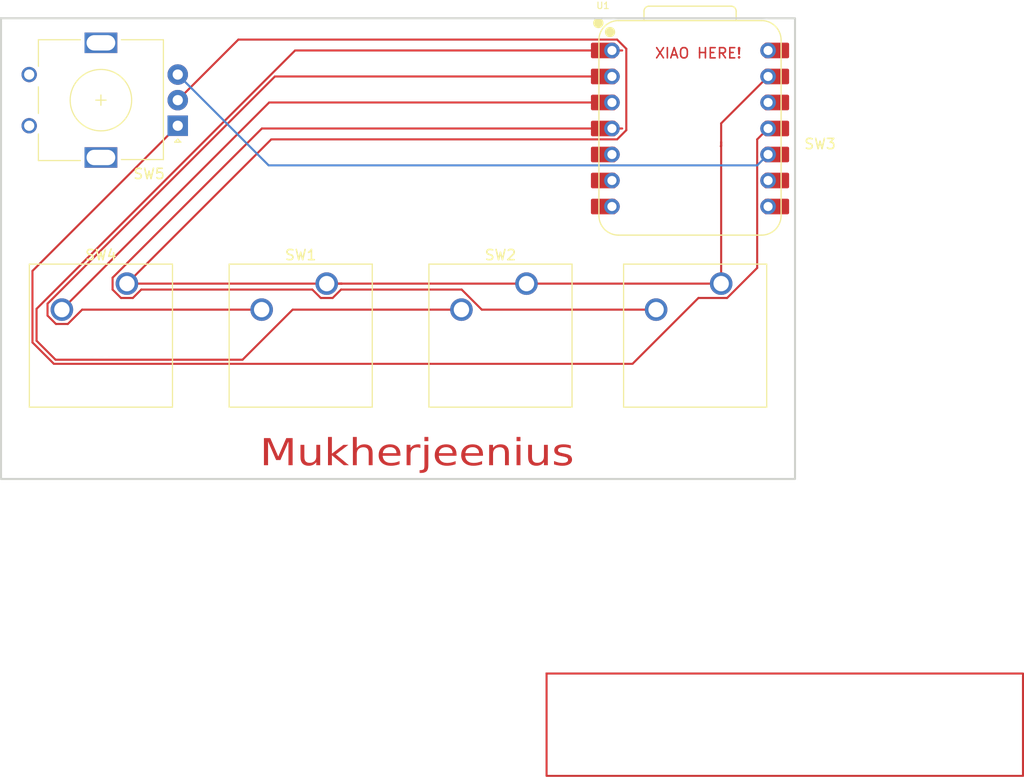
<source format=kicad_pcb>
(kicad_pcb (version 20241229) (generator "pcbnew") (generator_version "9.0")
  (layers (0 "F.Cu" signal) (2 "B.Cu" signal) (13 "F.Paste" user) (15 "B.Paste" user) (5 "F.SilkS" user "F.Silkscreen") (7 "B.SilkS" user "B.Silkscreen") (1 "F.Mask" user) (3 "B.Mask" user) (25 "Edge.Cuts" user))
  (net 0 "")
  (net 1 "Net-(U1-GPIO27{slash}ADC1{slash}A1)")
  (net 2 "GND")
  (net 3 "Net-(U1-GPIO26{slash}ADC0{slash}A0)")
  (net 4 "Net-(U1-GPIO29{slash}ADC3{slash}A3)")
  (net 6 "Net-(U1-GPIO4{slash}MISO)")
  (net 10 "+5V")
  (net 12 "Net-(U1-GPIO3{slash}MOSI)")
  (net 14 "Net-(U1-GPIO28{slash}ADC2{slash}A2)")
  (footprint "Button_Switch_Keyboard:SW_Cherry_MX_1.00u_PCB" (layer "F.Cu") (at 105.04 84.92)
    (property "Reference" "SW2" (at -2.54 -2.794 0) (layer "F.SilkS"))
    (property "Value" "SW_Push")
    (fp_line (start -9.525 -1.905) (end 4.445 -1.905) (stroke (width 0.12)) (layer "F.SilkS"))
    (fp_line (start -9.525 12.065) (end -9.525 -1.905) (stroke (width 0.12)) (layer "F.SilkS"))
    (fp_line (start 4.445 -1.905) (end 4.445 12.065) (stroke (width 0.12)) (layer "F.SilkS"))
    (fp_line (start 4.445 12.065) (end -9.525 12.065) (stroke (width 0.12)) (layer "F.SilkS"))
    (pad "" np_thru_hole circle (at -7.62 5.08) (size 1.7 1.7) (drill 1.7) (layers "*.Cu" "*.Mask"))
    (pad "" np_thru_hole circle (at -2.54 5.08) (size 4 4) (drill 4) (layers "*.Cu" "*.Mask"))
    (pad "" np_thru_hole circle (at 2.54 5.08) (size 1.7 1.7) (drill 1.7) (layers "*.Cu" "*.Mask"))
    (pad "1" thru_hole circle (at 0 0) (size 2.2 2.2) (drill 1.5) (layers "*.Cu" "*.Mask") (net 2 "GND"))
    (pad "2" thru_hole circle (at -6.35 2.54) (size 2.2 2.2) (drill 1.5) (layers "*.Cu" "*.Mask") (net 3 "Net-(U1-GPIO26{slash}ADC0{slash}A0)"))
  )
  (footprint "Button_Switch_Keyboard:SW_Cherry_MX_1.00u_PCB" (layer "F.Cu") (at 66.04 84.92)
    (property "Reference" "SW4" (at -2.54 -2.794 0) (layer "F.SilkS"))
    (property "Value" "SW_Push")
    (fp_line (start -9.525 -1.905) (end 4.445 -1.905) (stroke (width 0.12)) (layer "F.SilkS"))
    (fp_line (start -9.525 12.065) (end -9.525 -1.905) (stroke (width 0.12)) (layer "F.SilkS"))
    (fp_line (start 4.445 -1.905) (end 4.445 12.065) (stroke (width 0.12)) (layer "F.SilkS"))
    (fp_line (start 4.445 12.065) (end -9.525 12.065) (stroke (width 0.12)) (layer "F.SilkS"))
    (pad "" np_thru_hole circle (at -7.62 5.08) (size 1.7 1.7) (drill 1.7) (layers "*.Cu" "*.Mask"))
    (pad "" np_thru_hole circle (at -2.54 5.08) (size 4 4) (drill 4) (layers "*.Cu" "*.Mask"))
    (pad "" np_thru_hole circle (at 2.54 5.08) (size 1.7 1.7) (drill 1.7) (layers "*.Cu" "*.Mask"))
    (pad "1" thru_hole circle (at 0 0) (size 2.2 2.2) (drill 1.5) (layers "*.Cu" "*.Mask") (net 2 "GND"))
    (pad "2" thru_hole circle (at -6.35 2.54) (size 2.2 2.2) (drill 1.5) (layers "*.Cu" "*.Mask") (net 14 "Net-(U1-GPIO28{slash}ADC2{slash}A2)"))
  )
  (footprint "Rotary_Encoder:RotaryEncoder_Alps_EC11E_Vertical_H20mm" (layer "F.Cu") (at 71 69.5 180)
    (property "Reference" "SW5" (at 2.8 -4.7 0) (layer "F.SilkS"))
    (property "Value" "RotaryEncoder")
    (fp_line (start 13.6 8.4) (end 9.5 8.4) (stroke (width 0.12)) (layer "F.SilkS"))
    (fp_line (start 13.6 5.8) (end 13.6 8.4) (stroke (width 0.12)) (layer "F.SilkS"))
    (fp_line (start 13.6 1.2) (end 13.6 3.8) (stroke (width 0.12)) (layer "F.SilkS"))
    (fp_line (start 13.6 -3.4) (end 13.6 -0.8) (stroke (width 0.12)) (layer "F.SilkS"))
    (fp_line (start 9.5 -3.4) (end 13.6 -3.4) (stroke (width 0.12)) (layer "F.SilkS"))
    (fp_line (start 7.5 2) (end 7.5 3) (stroke (width 0.12)) (layer "F.SilkS"))
    (fp_line (start 7 2.5) (end 8 2.5) (stroke (width 0.12)) (layer "F.SilkS"))
    (fp_line (start 5.5 8.4) (end 1.4 8.4) (stroke (width 0.12)) (layer "F.SilkS"))
    (fp_line (start 5.5 -3.3) (end 1.4 -3.3) (stroke (width 0.12)) (layer "F.SilkS"))
    (fp_line (start 1.4 -3.3) (end 1.4 8.4) (stroke (width 0.12)) (layer "F.SilkS"))
    (fp_line (start 0.3 -1.6) (end 0 -1.3) (stroke (width 0.12)) (layer "F.SilkS"))
    (fp_line (start 0 -1.3) (end -0.3 -1.6) (stroke (width 0.12)) (layer "F.SilkS"))
    (fp_line (start -0.3 -1.6) (end 0.3 -1.6) (stroke (width 0.12)) (layer "F.SilkS"))
    (fp_circle (center 7.5 2.5) (end 10.5 2.5) (stroke (width 0.12)) (fill no) (layer "F.SilkS"))
    (pad "" thru_hole circle (at 14.5 0 180) (size 1.5 1.5) (drill 1) (layers "*.Cu" "*.Mask"))
    (pad "" thru_hole circle (at 14.5 5 180) (size 1.5 1.5) (drill 1) (layers "*.Cu" "*.Mask"))
    (pad "A" thru_hole rect (at 0 0 180) (size 2 2) (drill 1) (layers "*.Cu" "*.Mask") (net 12 "Net-(U1-GPIO3{slash}MOSI)"))
    (pad "B" thru_hole circle (at 0 5 180) (size 2 2) (drill 1) (layers "*.Cu" "*.Mask") (net 6 "Net-(U1-GPIO4{slash}MISO)"))
    (pad "C" thru_hole circle (at 0 2.5 180) (size 2 2) (drill 1) (layers "*.Cu" "*.Mask") (net 2 "GND"))
    (pad "MP" thru_hole rect (at 7.5 -3.1 180) (size 3.2 2) (drill oval 2.8 1.5) (layers "*.Cu" "*.Mask"))
    (pad "MP" thru_hole rect (at 7.5 8.1 180) (size 3.2 2) (drill oval 2.8 1.5) (layers "*.Cu" "*.Mask"))
  )
  (footprint "gerbert:XIAO-RP2040-DIP" (layer "F.Cu") (at 121 69.7685)
    (property "Reference" "U1" (at -8.5 -12 0) (layer "F.SilkS") (effects (font (size 0.635 0.635) (thickness 0.1016))))
    (property "Value" "XIAO-RP2040-DIP")
    (fp_line (start -8.89 8.509) (end -8.89 -8.636) (stroke (width 0.127)) (layer "F.SilkS"))
    (fp_line (start -6.985 10.414) (end 6.985 10.414) (stroke (width 0.127)) (layer "F.SilkS"))
    (fp_line (start -4.495 -10.541) (end -4.491272 -11.451272) (stroke (width 0.127)) (layer "F.SilkS"))
    (fp_line (start -3.991272 -11.951) (end 4.004 -11.951) (stroke (width 0.127)) (layer "F.SilkS"))
    (fp_line (start 4.504 -11.451) (end 4.504 -10.541) (stroke (width 0.127)) (layer "F.SilkS"))
    (fp_line (start 6.985 -10.541) (end -6.985 -10.541) (stroke (width 0.1)) (layer "F.SilkS"))
    (fp_line (start 6.985 -10.541) (end -6.985 -10.541) (stroke (width 0.127)) (layer "F.SilkS"))
    (fp_line (start 8.89 8.509) (end 8.89 -8.636) (stroke (width 0.127)) (layer "F.SilkS"))
    (fp_arc (start -8.89 -8.636) (mid -8.332038 -9.983038) (end -6.985 -10.541) (stroke (width 0.127)) (layer "F.SilkS"))
    (fp_arc (start -6.985 10.414) (mid -8.332038 9.856038) (end -8.89 8.509) (stroke (width 0.127)) (layer "F.SilkS"))
    (fp_arc (start -4.491272 -11.451272) (mid -4.344728 -11.80464) (end -3.991272 -11.951) (stroke (width 0.127)) (layer "F.SilkS"))
    (fp_arc (start 4.004 -11.951) (mid 4.357553 -11.804553) (end 4.504 -11.451) (stroke (width 0.127)) (layer "F.SilkS"))
    (fp_arc (start 6.985 -10.541) (mid 8.332038 -9.983038) (end 8.89 -8.636) (stroke (width 0.127)) (layer "F.SilkS"))
    (fp_arc (start 8.89 8.509) (mid 8.332038 9.856038) (end 6.985 10.414) (stroke (width 0.127)) (layer "F.SilkS"))
    (fp_circle (center -8.95 -10.3) (end -8.95 -10.554) (stroke (width 0.5)) (fill yes) (layer "F.SilkS"))
    (fp_circle (center -7.807 -9.42) (end -7.807 -9.674) (stroke (width 0.5)) (fill yes) (layer "F.SilkS"))
    (pad "1" smd roundrect (at -8.455 -7.62 180) (size 2.432 1.524) (layers "F.Cu" "F.Mask") (roundrect_rratio 0.1) (net 3 "Net-(U1-GPIO26{slash}ADC0{slash}A0)"))
    (pad "1" thru_hole circle (at -7.62 -7.62 180) (size 1.524 1.524) (drill 0.889) (layers "*.Cu" "*.Mask") (net 3 "Net-(U1-GPIO26{slash}ADC0{slash}A0)"))
    (pad "2" smd roundrect (at -8.455 -5.08 180) (size 2.432 1.524) (layers "F.Cu" "F.Mask") (roundrect_rratio 0.1) (net 1 "Net-(U1-GPIO27{slash}ADC1{slash}A1)"))
    (pad "2" thru_hole circle (at -7.62 -5.08 180) (size 1.524 1.524) (drill 0.889) (layers "*.Cu" "*.Mask") (net 1 "Net-(U1-GPIO27{slash}ADC1{slash}A1)"))
    (pad "3" smd roundrect (at -8.455 -2.54 180) (size 2.432 1.524) (layers "F.Cu" "F.Mask") (roundrect_rratio 0.1) (net 14 "Net-(U1-GPIO28{slash}ADC2{slash}A2)"))
    (pad "3" thru_hole circle (at -7.62 -2.54 180) (size 1.524 1.524) (drill 0.889) (layers "*.Cu" "*.Mask") (net 14 "Net-(U1-GPIO28{slash}ADC2{slash}A2)"))
    (pad "4" smd roundrect (at -8.455 0 180) (size 2.432 1.524) (layers "F.Cu" "F.Mask") (roundrect_rratio 0.1) (net 4 "Net-(U1-GPIO29{slash}ADC3{slash}A3)"))
    (pad "4" thru_hole circle (at -7.62 0 180) (size 1.524 1.524) (drill 0.889) (layers "*.Cu" "*.Mask") (net 4 "Net-(U1-GPIO29{slash}ADC3{slash}A3)"))
    (pad "5" smd roundrect (at -8.455 2.54 180) (size 2.432 1.524) (layers "F.Cu" "F.Mask") (roundrect_rratio 0.1))
    (pad "5" thru_hole circle (at -7.62 2.54 180) (size 1.524 1.524) (drill 0.889) (layers "*.Cu" "*.Mask"))
    (pad "6" smd roundrect (at -8.455 5.08 180) (size 2.432 1.524) (layers "F.Cu" "F.Mask") (roundrect_rratio 0.1))
    (pad "6" thru_hole circle (at -7.62 5.08 180) (size 1.524 1.524) (drill 0.889) (layers "*.Cu" "*.Mask"))
    (pad "7" smd roundrect (at -8.455 7.62 180) (size 2.432 1.524) (layers "F.Cu" "F.Mask") (roundrect_rratio 0.1))
    (pad "7" thru_hole circle (at -7.62 7.62 180) (size 1.524 1.524) (drill 0.889) (layers "*.Cu" "*.Mask"))
    (pad "8" thru_hole circle (at 7.62 7.62) (size 1.524 1.524) (drill 0.889) (layers "*.Cu" "*.Mask"))
    (pad "8" smd roundrect (at 8.455 7.62) (size 2.432 1.524) (layers "F.Cu" "F.Mask") (roundrect_rratio 0.1))
    (pad "9" thru_hole circle (at 7.62 5.08) (size 1.524 1.524) (drill 0.889) (layers "*.Cu" "*.Mask"))
    (pad "9" smd roundrect (at 8.455 5.08) (size 2.432 1.524) (layers "F.Cu" "F.Mask") (roundrect_rratio 0.1))
    (pad "10" thru_hole circle (at 7.62 2.54) (size 1.524 1.524) (drill 0.889) (layers "*.Cu" "*.Mask") (net 6 "Net-(U1-GPIO4{slash}MISO)"))
    (pad "10" smd roundrect (at 8.455 2.54) (size 2.432 1.524) (layers "F.Cu" "F.Mask") (roundrect_rratio 0.1) (net 6 "Net-(U1-GPIO4{slash}MISO)"))
    (pad "11" thru_hole circle (at 7.62 0) (size 1.524 1.524) (drill 0.889) (layers "*.Cu" "*.Mask") (net 12 "Net-(U1-GPIO3{slash}MOSI)"))
    (pad "11" smd roundrect (at 8.455 0) (size 2.432 1.524) (layers "F.Cu" "F.Mask") (roundrect_rratio 0.1) (net 12 "Net-(U1-GPIO3{slash}MOSI)"))
    (pad "12" thru_hole circle (at 7.62 -2.54) (size 1.524 1.524) (drill 0.889) (layers "*.Cu" "*.Mask"))
    (pad "12" smd roundrect (at 8.455 -2.54) (size 2.432 1.524) (layers "F.Cu" "F.Mask") (roundrect_rratio 0.1))
    (pad "13" thru_hole circle (at 7.62 -5.08) (size 1.524 1.524) (drill 0.889) (layers "*.Cu" "*.Mask") (net 2 "GND"))
    (pad "13" smd roundrect (at 8.455 -5.08) (size 2.432 1.524) (layers "F.Cu" "F.Mask") (roundrect_rratio 0.1) (net 2 "GND"))
    (pad "14" thru_hole circle (at 7.62 -7.62) (size 1.524 1.524) (drill 0.889) (layers "*.Cu" "*.Mask") (net 10 "+5V"))
    (pad "14" smd roundrect (at 8.455 -7.62) (size 2.432 1.524) (layers "F.Cu" "F.Mask") (roundrect_rratio 0.1) (net 10 "+5V"))
  )
  (footprint "Button_Switch_Keyboard:SW_Cherry_MX_1.00u_PCB" (layer "F.Cu") (at 124.04 84.92)
    (property "Reference" "SW3" (at 9.652 -13.6425 0) (layer "F.SilkS"))
    (property "Value" "SW_Push")
    (fp_line (start -9.525 -1.905) (end 4.445 -1.905) (stroke (width 0.12)) (layer "F.SilkS"))
    (fp_line (start -9.525 12.065) (end -9.525 -1.905) (stroke (width 0.12)) (layer "F.SilkS"))
    (fp_line (start 4.445 -1.905) (end 4.445 12.065) (stroke (width 0.12)) (layer "F.SilkS"))
    (fp_line (start 4.445 12.065) (end -9.525 12.065) (stroke (width 0.12)) (layer "F.SilkS"))
    (pad "" np_thru_hole circle (at -7.62 5.08) (size 1.7 1.7) (drill 1.7) (layers "*.Cu" "*.Mask"))
    (pad "" np_thru_hole circle (at -2.54 5.08) (size 4 4) (drill 4) (layers "*.Cu" "*.Mask"))
    (pad "" np_thru_hole circle (at 2.54 5.08) (size 1.7 1.7) (drill 1.7) (layers "*.Cu" "*.Mask"))
    (pad "1" thru_hole circle (at 0 0) (size 2.2 2.2) (drill 1.5) (layers "*.Cu" "*.Mask") (net 2 "GND"))
    (pad "2" thru_hole circle (at -6.35 2.54) (size 2.2 2.2) (drill 1.5) (layers "*.Cu" "*.Mask") (net 4 "Net-(U1-GPIO29{slash}ADC3{slash}A3)"))
  )
  (footprint "Button_Switch_Keyboard:SW_Cherry_MX_1.00u_PCB" (layer "F.Cu") (at 85.54 84.92)
    (property "Reference" "SW1" (at -2.54 -2.794 0) (layer "F.SilkS"))
    (property "Value" "SW_Push")
    (fp_line (start -9.525 -1.905) (end 4.445 -1.905) (stroke (width 0.12)) (layer "F.SilkS"))
    (fp_line (start -9.525 12.065) (end -9.525 -1.905) (stroke (width 0.12)) (layer "F.SilkS"))
    (fp_line (start 4.445 -1.905) (end 4.445 12.065) (stroke (width 0.12)) (layer "F.SilkS"))
    (fp_line (start 4.445 12.065) (end -9.525 12.065) (stroke (width 0.12)) (layer "F.SilkS"))
    (pad "" np_thru_hole circle (at -7.62 5.08) (size 1.7 1.7) (drill 1.7) (layers "*.Cu" "*.Mask"))
    (pad "" np_thru_hole circle (at -2.54 5.08) (size 4 4) (drill 4) (layers "*.Cu" "*.Mask"))
    (pad "" np_thru_hole circle (at 2.54 5.08) (size 1.7 1.7) (drill 1.7) (layers "*.Cu" "*.Mask"))
    (pad "1" thru_hole circle (at 0 0) (size 2.2 2.2) (drill 1.5) (layers "*.Cu" "*.Mask") (net 2 "GND"))
    (pad "2" thru_hole circle (at -6.35 2.54) (size 2.2 2.2) (drill 1.5) (layers "*.Cu" "*.Mask") (net 1 "Net-(U1-GPIO27{slash}ADC1{slash}A1)"))
  )
  (gr_rect (start 107 123) (end 153.5 133) (stroke (width 0.2)) (fill no) (layer "F.Cu"))
  (gr_rect (start 53.75 59) (end 131.25 104) (stroke (width 0.2)) (fill no) (layer "Edge.Cuts"))
  (gr_text "Mukherjeenius" (at 79 103.1 0) (layer "F.Cu") (effects (font (size 2.6 3)) (justify left bottom)))
  (gr_text "XIAO HERE!\n" (at 117.5 63 0) (layer "F.Cu") (effects (font (size 1 1)) (justify left bottom)))
  (segment (start 64.5 90) (end 64 90) (width 0.2) (layer "F.Cu") (net 0))
  (segment (start 80.480186 64.6885) (end 113.545 64.6885) (width 0.2) (layer "F.Cu") (net 1))
  (segment (start 58.289 88.040314) (end 58.289 86.879686) (width 0.2) (layer "F.Cu") (net 1))
  (segment (start 59.109686 88.861) (end 58.289 88.040314) (width 0.2) (layer "F.Cu") (net 1))
  (segment (start 60.270314 88.861) (end 59.109686 88.861) (width 0.2) (layer "F.Cu") (net 1))
  (segment (start 58.289 86.879686) (end 80.480186 64.6885) (width 0.2) (layer "F.Cu") (net 1))
  (segment (start 79.19 87.46) (end 61.671314 87.46) (width 0.2) (layer "F.Cu") (net 1))
  (segment (start 61.671314 87.46) (end 60.270314 88.861) (width 0.2) (layer "F.Cu") (net 1))
  (segment (start 124.04 69.2685) (end 128.62 64.6885) (width 0.2) (layer "F.Cu") (net 2))
  (segment (start 71 67) (end 76.9145 61.0855) (width 0.2) (layer "F.Cu") (net 2))
  (segment (start 124.04 84.92) (end 124.04 71.1035) (width 0.2) (layer "F.Cu") (net 2))
  (segment (start 80.1285 70.8315) (end 66.04 84.92) (width 0.2) (layer "F.Cu") (net 2))
  (segment (start 124.04 71.46) (end 124 71.5) (width 0.2) (layer "F.Cu") (net 2))
  (segment (start 124.04 71.1035) (end 124.04 71.46) (width 0.2) (layer "F.Cu") (net 2))
  (segment (start 113.8841 61.0855) (end 114.781 61.9824) (width 0.2) (layer "F.Cu") (net 2))
  (segment (start 87 84.92) (end 85.54 84.92) (width 0.2) (layer "F.Cu") (net 2))
  (segment (start 105.04 84.92) (end 87 84.92) (width 0.2) (layer "F.Cu") (net 2))
  (segment (start 76.9145 61.0855) (end 113.8841 61.0855) (width 0.2) (layer "F.Cu") (net 2))
  (segment (start 114.781 69.9346) (end 113.8841 70.8315) (width 0.2) (layer "F.Cu") (net 2))
  (segment (start 105.04 84.92) (end 124.04 84.92) (width 0.2) (layer "F.Cu") (net 2))
  (segment (start 124.04 71.1035) (end 124.04 69.2685) (width 0.2) (layer "F.Cu") (net 2))
  (segment (start 113.8841 70.8315) (end 80.1285 70.8315) (width 0.2) (layer "F.Cu") (net 2))
  (segment (start 114.781 61.9824) (end 114.781 69.9346) (width 0.2) (layer "F.Cu") (net 2))
  (segment (start 87 84.92) (end 66.04 84.92) (width 0.2) (layer "F.Cu") (net 2))
  (segment (start 98.69 87.46) (end 82.215184 87.46) (width 0.2) (layer "F.Cu") (net 3))
  (segment (start 77.324184 92.351) (end 59.07253 92.351) (width 0.2) (layer "F.Cu") (net 3))
  (segment (start 57.219 90.49747) (end 57.219 87.382586) (width 0.2) (layer "F.Cu") (net 3))
  (segment (start 57.219 87.382586) (end 82.453086 62.1485) (width 0.2) (layer "F.Cu") (net 3))
  (segment (start 82.453086 62.1485) (end 114.38 62.1485) (width 0.2) (layer "F.Cu") (net 3))
  (segment (start 59.07253 92.351) (end 57.219 90.49747) (width 0.2) (layer "F.Cu") (net 3))
  (segment (start 82.215184 87.46) (end 77.324184 92.351) (width 0.2) (layer "F.Cu") (net 3))
  (segment (start 84.959686 86.321) (end 84.139 85.500314) (width 0.2) (layer "F.Cu") (net 4))
  (segment (start 67.441 85.500314) (end 66.620314 86.321) (width 0.2) (layer "F.Cu") (net 4))
  (segment (start 64.639 84.339686) (end 79.210186 69.7685) (width 0.2) (layer "F.Cu") (net 4))
  (segment (start 86.120314 86.321) (end 84.959686 86.321) (width 0.2) (layer "F.Cu") (net 4))
  (segment (start 98.711628 85.500314) (end 86.941 85.500314) (width 0.2) (layer "F.Cu") (net 4))
  (segment (start 66.620314 86.321) (end 65.459686 86.321) (width 0.2) (layer "F.Cu") (net 4))
  (segment (start 79.210186 69.7685) (end 114.38 69.7685) (width 0.2) (layer "F.Cu") (net 4))
  (segment (start 117.69 87.46) (end 100.671314 87.46) (width 0.2) (layer "F.Cu") (net 4))
  (segment (start 86.941 85.500314) (end 86.120314 86.321) (width 0.2) (layer "F.Cu") (net 4))
  (segment (start 64.639 85.500314) (end 64.639 84.339686) (width 0.2) (layer "F.Cu") (net 4))
  (segment (start 65.459686 86.321) (end 64.639 85.500314) (width 0.2) (layer "F.Cu") (net 4))
  (segment (start 100.671314 87.46) (end 98.711628 85.500314) (width 0.2) (layer "F.Cu") (net 4))
  (segment (start 84.139 85.500314) (end 67.441 85.500314) (width 0.2) (layer "F.Cu") (net 4))
  (segment (start 127.557 73.3715) (end 128.62 72.3085) (width 0.2) (layer "B.Cu") (net 6))
  (segment (start 71 64.5) (end 79.8715 73.3715) (width 0.2) (layer "B.Cu") (net 6))
  (segment (start 79.8715 73.3715) (end 127.557 73.3715) (width 0.2) (layer "B.Cu") (net 6))
  (segment (start 56.818 90.66357) (end 58.90643 92.752) (width 0.2) (layer "F.Cu") (net 12))
  (segment (start 127.557 83.384314) (end 127.557 70.8315) (width 0.2) (layer "F.Cu") (net 12))
  (segment (start 115.387314 92.752) (end 121.818314 86.321) (width 0.2) (layer "F.Cu") (net 12))
  (segment (start 56.818 83.682) (end 56.818 90.66357) (width 0.2) (layer "F.Cu") (net 12))
  (segment (start 124.620314 86.321) (end 127.557 83.384314) (width 0.2) (layer "F.Cu") (net 12))
  (segment (start 127.557 70.8315) (end 128.62 69.7685) (width 0.2) (layer "F.Cu") (net 12))
  (segment (start 121.818314 86.321) (end 124.620314 86.321) (width 0.2) (layer "F.Cu") (net 12))
  (segment (start 71 69.5) (end 56.818 83.682) (width 0.2) (layer "F.Cu") (net 12))
  (segment (start 58.90643 92.752) (end 115.387314 92.752) (width 0.2) (layer "F.Cu") (net 12))
  (segment (start 79.9215 67.2285) (end 113.545 67.2285) (width 0.2) (layer "F.Cu") (net 14))
  (segment (start 59.69 87.46) (end 79.9215 67.2285) (width 0.2) (layer "F.Cu") (net 14))
)
</source>
